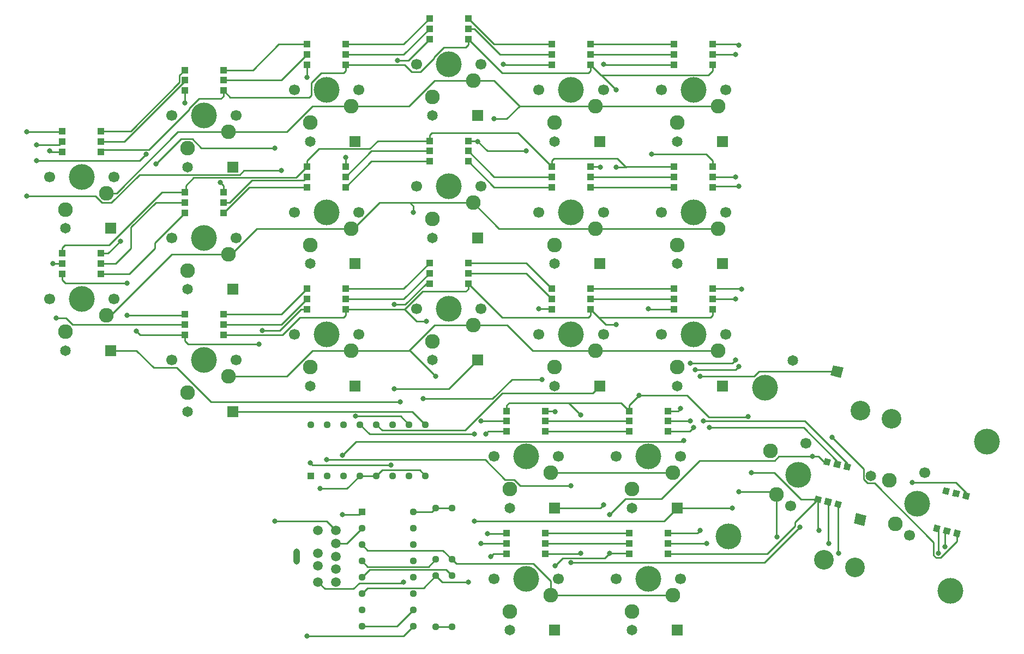
<source format=gbr>
%TF.GenerationSoftware,KiCad,Pcbnew,(5.1.10)-1*%
%TF.CreationDate,2021-07-03T11:15:49-05:00*%
%TF.ProjectId,LeftHand,4c656674-4861-46e6-942e-6b696361645f,rev?*%
%TF.SameCoordinates,Original*%
%TF.FileFunction,Copper,L2,Bot*%
%TF.FilePolarity,Positive*%
%FSLAX46Y46*%
G04 Gerber Fmt 4.6, Leading zero omitted, Abs format (unit mm)*
G04 Created by KiCad (PCBNEW (5.1.10)-1) date 2021-07-03 11:15:49*
%MOMM*%
%LPD*%
G01*
G04 APERTURE LIST*
%TA.AperFunction,ComponentPad*%
%ADD10C,3.050000*%
%TD*%
%TA.AperFunction,ComponentPad*%
%ADD11C,4.000000*%
%TD*%
%TA.AperFunction,ComponentPad*%
%ADD12C,1.700000*%
%TD*%
%TA.AperFunction,ComponentPad*%
%ADD13C,2.286000*%
%TD*%
%TA.AperFunction,ComponentPad*%
%ADD14C,1.651000*%
%TD*%
%TA.AperFunction,ComponentPad*%
%ADD15C,0.100000*%
%TD*%
%TA.AperFunction,SMDPad,CuDef*%
%ADD16C,0.100000*%
%TD*%
%TA.AperFunction,SMDPad,CuDef*%
%ADD17R,1.000000X1.000000*%
%TD*%
%TA.AperFunction,ComponentPad*%
%ADD18R,1.651000X1.651000*%
%TD*%
%TA.AperFunction,ComponentPad*%
%ADD19C,1.130000*%
%TD*%
%TA.AperFunction,ComponentPad*%
%ADD20R,1.130000X1.130000*%
%TD*%
%TA.AperFunction,ComponentPad*%
%ADD21O,1.000000X2.500000*%
%TD*%
%TA.AperFunction,ComponentPad*%
%ADD22C,1.500000*%
%TD*%
%TA.AperFunction,ViaPad*%
%ADD23C,0.800000*%
%TD*%
%TA.AperFunction,Conductor*%
%ADD24C,0.250000*%
%TD*%
G04 APERTURE END LIST*
D10*
%TO.P,KT2_2,HOLE*%
%TO.N,N/C*%
X147259150Y-76581322D03*
X141562971Y-99772009D03*
D11*
X162059236Y-80216572D03*
X156363057Y-103407259D03*
X151209000Y-89846400D03*
D12*
%TO.P,KT2_2,POST*%
X152401667Y-84990729D03*
X150016333Y-94702071D03*
D13*
%TO.P,KT2_2,1*%
%TO.N,C2*%
X147833506Y-92940547D03*
%TO.P,KT2_2,2*%
%TO.N,Net-(KT2_2-Pad2)*%
X146881513Y-86167969D03*
D14*
%TO.P,KT2_2,3*%
X144045801Y-85471451D03*
%TA.AperFunction,ComponentPad*%
D15*
%TO.P,KT2_2,4*%
%TO.N,R0*%
G36*
X141771305Y-91270810D02*
G01*
X143374648Y-91664629D01*
X142980829Y-93267972D01*
X141377486Y-92874153D01*
X141771305Y-91270810D01*
G37*
%TD.AperFunction*%
%TA.AperFunction,SMDPad,CuDef*%
D16*
%TO.P,KT2_2,5*%
%TO.N,VCC*%
G36*
X158453354Y-88021751D02*
G01*
X159424488Y-88260285D01*
X159185954Y-89231419D01*
X158214820Y-88992885D01*
X158453354Y-88021751D01*
G37*
%TD.AperFunction*%
%TA.AperFunction,SMDPad,CuDef*%
%TO.P,KT2_2,6*%
%TO.N,Net-(KT2_2-Pad6)*%
G36*
X156899539Y-87640097D02*
G01*
X157870673Y-87878631D01*
X157632139Y-88849765D01*
X156661005Y-88611231D01*
X156899539Y-87640097D01*
G37*
%TD.AperFunction*%
%TA.AperFunction,SMDPad,CuDef*%
%TO.P,KT2_2,7*%
%TO.N,Net-(KT2_2-Pad7)*%
G36*
X155345724Y-87258444D02*
G01*
X156316858Y-87496978D01*
X156078324Y-88468112D01*
X155107190Y-88229578D01*
X155345724Y-87258444D01*
G37*
%TD.AperFunction*%
%TA.AperFunction,SMDPad,CuDef*%
%TO.P,KT2_2,8*%
%TO.N,GND*%
G36*
X157022153Y-93848556D02*
G01*
X157993287Y-94087090D01*
X157754753Y-95058224D01*
X156783619Y-94819690D01*
X157022153Y-93848556D01*
G37*
%TD.AperFunction*%
%TA.AperFunction,SMDPad,CuDef*%
%TO.P,KT2_2,9*%
%TO.N,Net-(KT2_1-Pad6)*%
G36*
X155468338Y-93466903D02*
G01*
X156439472Y-93705437D01*
X156200938Y-94676571D01*
X155229804Y-94438037D01*
X155468338Y-93466903D01*
G37*
%TD.AperFunction*%
%TA.AperFunction,SMDPad,CuDef*%
%TO.P,KT2_2,10*%
%TO.N,Net-(KT2_1-Pad7)*%
G36*
X153914523Y-93085249D02*
G01*
X154885657Y-93323783D01*
X154647123Y-94294917D01*
X153675989Y-94056383D01*
X153914523Y-93085249D01*
G37*
%TD.AperFunction*%
%TD*%
D11*
%TO.P,KT2_1,HOLE*%
%TO.N,N/C*%
X121907764Y-94944228D03*
X127603943Y-71753541D03*
D10*
X142404029Y-75388791D03*
X136707850Y-98579478D03*
D11*
X132758000Y-85314400D03*
D12*
%TO.P,KT2_1,POST*%
X133950667Y-80458729D03*
X131565333Y-90170071D03*
D13*
%TO.P,KT2_1,1*%
%TO.N,C2*%
X129382506Y-88408547D03*
%TO.P,KT2_1,2*%
%TO.N,Net-(KT2_1-Pad2)*%
X128430513Y-81635969D03*
D14*
%TO.P,KT2_1,3*%
X131879707Y-67593367D03*
%TA.AperFunction,ComponentPad*%
D15*
%TO.P,KT2_1,4*%
%TO.N,R1*%
G36*
X138150575Y-68283603D02*
G01*
X139753918Y-68677422D01*
X139360099Y-70280765D01*
X137756756Y-69886946D01*
X138150575Y-68283603D01*
G37*
%TD.AperFunction*%
%TA.AperFunction,SMDPad,CuDef*%
D16*
%TO.P,KT2_1,5*%
%TO.N,VCC*%
G36*
X135463523Y-88553249D02*
G01*
X136434657Y-88791783D01*
X136196123Y-89762917D01*
X135224989Y-89524383D01*
X135463523Y-88553249D01*
G37*
%TD.AperFunction*%
%TA.AperFunction,SMDPad,CuDef*%
%TO.P,KT2_1,6*%
%TO.N,Net-(KT2_1-Pad6)*%
G36*
X137017338Y-88934903D02*
G01*
X137988472Y-89173437D01*
X137749938Y-90144571D01*
X136778804Y-89906037D01*
X137017338Y-88934903D01*
G37*
%TD.AperFunction*%
%TA.AperFunction,SMDPad,CuDef*%
%TO.P,KT2_1,7*%
%TO.N,Net-(KT2_1-Pad7)*%
G36*
X138571153Y-89316556D02*
G01*
X139542287Y-89555090D01*
X139303753Y-90526224D01*
X138332619Y-90287690D01*
X138571153Y-89316556D01*
G37*
%TD.AperFunction*%
%TA.AperFunction,SMDPad,CuDef*%
%TO.P,KT2_1,8*%
%TO.N,GND*%
G36*
X136894724Y-82726444D02*
G01*
X137865858Y-82964978D01*
X137627324Y-83936112D01*
X136656190Y-83697578D01*
X136894724Y-82726444D01*
G37*
%TD.AperFunction*%
%TA.AperFunction,SMDPad,CuDef*%
%TO.P,KT2_1,9*%
%TO.N,Net-(KT2_1-Pad9)*%
G36*
X138448539Y-83108097D02*
G01*
X139419673Y-83346631D01*
X139181139Y-84317765D01*
X138210005Y-84079231D01*
X138448539Y-83108097D01*
G37*
%TD.AperFunction*%
%TA.AperFunction,SMDPad,CuDef*%
%TO.P,KT2_1,10*%
%TO.N,Net-(KT2_1-Pad10)*%
G36*
X140002354Y-83489751D02*
G01*
X140973488Y-83728285D01*
X140734954Y-84699419D01*
X139763820Y-84460885D01*
X140002354Y-83489751D01*
G37*
%TD.AperFunction*%
%TD*%
D17*
%TO.P,KA1,10*%
%TO.N,Net-(KA1-Pad10)*%
X43500000Y-44600000D03*
%TO.P,KA1,9*%
%TO.N,Net-(KA1-Pad9)*%
X43500000Y-43000000D03*
%TO.P,KA1,8*%
%TO.N,GND*%
X43500000Y-41400000D03*
%TO.P,KA1,7*%
%TO.N,Net-(KA1-Pad7)*%
X37500000Y-44600000D03*
%TO.P,KA1,6*%
%TO.N,Net-(KA1-Pad6)*%
X37500000Y-43000000D03*
%TO.P,KA1,5*%
%TO.N,VCC*%
X37500000Y-41400000D03*
D18*
%TO.P,KA1,4*%
%TO.N,R6*%
X44960000Y-56500000D03*
D14*
%TO.P,KA1,3*%
%TO.N,Net-(KA1-Pad2)*%
X37960000Y-56500000D03*
D13*
%TO.P,KA1,2*%
X37960000Y-53580000D03*
%TO.P,KA1,1*%
%TO.N,C1*%
X44310000Y-51040000D03*
D12*
%TO.P,KA1,POST*%
%TO.N,N/C*%
X45500000Y-48500000D03*
X35500000Y-48500000D03*
D11*
%TO.P,KA1,HOLE*%
X40500000Y-48500000D03*
%TD*%
%TO.P,KB1,HOLE*%
%TO.N,N/C*%
X116500000Y-63500000D03*
D12*
%TO.P,KB1,POST*%
X111500000Y-63500000D03*
X121500000Y-63500000D03*
D13*
%TO.P,KB1,1*%
%TO.N,C2*%
X120310000Y-66040000D03*
%TO.P,KB1,2*%
%TO.N,Net-(KB1-Pad2)*%
X113960000Y-68580000D03*
D14*
%TO.P,KB1,3*%
X113960000Y-71500000D03*
D18*
%TO.P,KB1,4*%
%TO.N,R2*%
X120960000Y-71500000D03*
D17*
%TO.P,KB1,5*%
%TO.N,VCC*%
X119500000Y-59600000D03*
%TO.P,KB1,6*%
%TO.N,Net-(KB1-Pad6)*%
X119500000Y-58000000D03*
%TO.P,KB1,7*%
%TO.N,Net-(KB1-Pad7)*%
X119500000Y-56400000D03*
%TO.P,KB1,8*%
%TO.N,GND*%
X113500000Y-59600000D03*
%TO.P,KB1,9*%
%TO.N,Net-(KB1-Pad9)*%
X113500000Y-58000000D03*
%TO.P,KB1,10*%
%TO.N,Net-(KB1-Pad10)*%
X113500000Y-56400000D03*
%TD*%
%TO.P,KC1,10*%
%TO.N,Net-(KC1-Pad10)*%
X75500000Y-52400000D03*
%TO.P,KC1,9*%
%TO.N,Net-(KC1-Pad9)*%
X75500000Y-54000000D03*
%TO.P,KC1,8*%
%TO.N,GND*%
X75500000Y-55600000D03*
%TO.P,KC1,7*%
%TO.N,Net-(KC1-Pad7)*%
X81500000Y-52400000D03*
%TO.P,KC1,6*%
%TO.N,Net-(KC1-Pad6)*%
X81500000Y-54000000D03*
%TO.P,KC1,5*%
%TO.N,VCC*%
X81500000Y-55600000D03*
D18*
%TO.P,KC1,4*%
%TO.N,R4*%
X82960000Y-67500000D03*
D14*
%TO.P,KC1,3*%
%TO.N,Net-(KC1-Pad2)*%
X75960000Y-67500000D03*
D13*
%TO.P,KC1,2*%
X75960000Y-64580000D03*
%TO.P,KC1,1*%
%TO.N,C2*%
X82310000Y-62040000D03*
D12*
%TO.P,KC1,POST*%
%TO.N,N/C*%
X83500000Y-59500000D03*
X73500000Y-59500000D03*
D11*
%TO.P,KC1,HOLE*%
X78500000Y-59500000D03*
%TD*%
D17*
%TO.P,KD1,10*%
%TO.N,Net-(KD1-Pad10)*%
X81500000Y-36600000D03*
%TO.P,KD1,9*%
%TO.N,Net-(KD1-Pad9)*%
X81500000Y-35000000D03*
%TO.P,KD1,8*%
%TO.N,GND*%
X81500000Y-33400000D03*
%TO.P,KD1,7*%
%TO.N,Net-(KD1-Pad7)*%
X75500000Y-36600000D03*
%TO.P,KD1,6*%
%TO.N,Net-(KD1-Pad6)*%
X75500000Y-35000000D03*
%TO.P,KD1,5*%
%TO.N,VCC*%
X75500000Y-33400000D03*
D18*
%TO.P,KD1,4*%
%TO.N,R4*%
X82960000Y-48500000D03*
D14*
%TO.P,KD1,3*%
%TO.N,Net-(KD1-Pad2)*%
X75960000Y-48500000D03*
D13*
%TO.P,KD1,2*%
X75960000Y-45580000D03*
%TO.P,KD1,1*%
%TO.N,C1*%
X82310000Y-43040000D03*
D12*
%TO.P,KD1,POST*%
%TO.N,N/C*%
X83500000Y-40500000D03*
X73500000Y-40500000D03*
D11*
%TO.P,KD1,HOLE*%
X78500000Y-40500000D03*
%TD*%
%TO.P,KE1,HOLE*%
%TO.N,N/C*%
X78500000Y-21500000D03*
D12*
%TO.P,KE1,POST*%
X73500000Y-21500000D03*
X83500000Y-21500000D03*
D13*
%TO.P,KE1,1*%
%TO.N,C0*%
X82310000Y-24040000D03*
%TO.P,KE1,2*%
%TO.N,Net-(KE1-Pad2)*%
X75960000Y-26580000D03*
D14*
%TO.P,KE1,3*%
X75960000Y-29500000D03*
D18*
%TO.P,KE1,4*%
%TO.N,R4*%
X82960000Y-29500000D03*
D17*
%TO.P,KE1,5*%
%TO.N,VCC*%
X81500000Y-17600000D03*
%TO.P,KE1,6*%
%TO.N,Net-(KE1-Pad6)*%
X81500000Y-16000000D03*
%TO.P,KE1,7*%
%TO.N,Net-(KE1-Pad7)*%
X81500000Y-14400000D03*
%TO.P,KE1,8*%
%TO.N,GND*%
X75500000Y-17600000D03*
%TO.P,KE1,9*%
%TO.N,Net-(KE1-Pad9)*%
X75500000Y-16000000D03*
%TO.P,KE1,10*%
%TO.N,Net-(KE1-Pad10)*%
X75500000Y-14400000D03*
%TD*%
%TO.P,KESC1,10*%
%TO.N,S0_DL*%
X18500000Y-31900000D03*
%TO.P,KESC1,9*%
%TO.N,CLK_L*%
X18500000Y-33500000D03*
%TO.P,KESC1,8*%
%TO.N,GND*%
X18500000Y-35100000D03*
%TO.P,KESC1,7*%
%TO.N,Net-(KESC1-Pad7)*%
X24500000Y-31900000D03*
%TO.P,KESC1,6*%
%TO.N,Net-(KESC1-Pad6)*%
X24500000Y-33500000D03*
%TO.P,KESC1,5*%
%TO.N,VCC*%
X24500000Y-35100000D03*
D18*
%TO.P,KESC1,4*%
%TO.N,R7*%
X25960000Y-47000000D03*
D14*
%TO.P,KESC1,3*%
%TO.N,Net-(KESC1-Pad2)*%
X18960000Y-47000000D03*
D13*
%TO.P,KESC1,2*%
X18960000Y-44080000D03*
%TO.P,KESC1,1*%
%TO.N,C0*%
X25310000Y-41540000D03*
D12*
%TO.P,KESC1,POST*%
%TO.N,N/C*%
X26500000Y-39000000D03*
X16500000Y-39000000D03*
D11*
%TO.P,KESC1,HOLE*%
X21500000Y-39000000D03*
%TD*%
%TO.P,KF1,HOLE*%
%TO.N,N/C*%
X97500000Y-44500000D03*
D12*
%TO.P,KF1,POST*%
X92500000Y-44500000D03*
X102500000Y-44500000D03*
D13*
%TO.P,KF1,1*%
%TO.N,C1*%
X101310000Y-47040000D03*
%TO.P,KF1,2*%
%TO.N,Net-(KF1-Pad2)*%
X94960000Y-49580000D03*
D14*
%TO.P,KF1,3*%
X94960000Y-52500000D03*
D18*
%TO.P,KF1,4*%
%TO.N,R3*%
X101960000Y-52500000D03*
D17*
%TO.P,KF1,5*%
%TO.N,VCC*%
X94500000Y-37400000D03*
%TO.P,KF1,6*%
%TO.N,Net-(KD1-Pad9)*%
X94500000Y-39000000D03*
%TO.P,KF1,7*%
%TO.N,Net-(KD1-Pad10)*%
X94500000Y-40600000D03*
%TO.P,KF1,8*%
%TO.N,GND*%
X100500000Y-37400000D03*
%TO.P,KF1,9*%
%TO.N,Net-(KF1-Pad9)*%
X100500000Y-39000000D03*
%TO.P,KF1,10*%
%TO.N,Net-(KF1-Pad10)*%
X100500000Y-40600000D03*
%TD*%
%TO.P,KG1,10*%
%TO.N,Net-(KG1-Pad10)*%
X119500000Y-40600000D03*
%TO.P,KG1,9*%
%TO.N,Net-(KG1-Pad9)*%
X119500000Y-39000000D03*
%TO.P,KG1,8*%
%TO.N,GND*%
X119500000Y-37400000D03*
%TO.P,KG1,7*%
%TO.N,Net-(KF1-Pad10)*%
X113500000Y-40600000D03*
%TO.P,KG1,6*%
%TO.N,Net-(KF1-Pad9)*%
X113500000Y-39000000D03*
%TO.P,KG1,5*%
%TO.N,VCC*%
X113500000Y-37400000D03*
D18*
%TO.P,KG1,4*%
%TO.N,R2*%
X120960000Y-52500000D03*
D14*
%TO.P,KG1,3*%
%TO.N,Net-(KG1-Pad2)*%
X113960000Y-52500000D03*
D13*
%TO.P,KG1,2*%
X113960000Y-49580000D03*
%TO.P,KG1,1*%
%TO.N,C1*%
X120310000Y-47040000D03*
D12*
%TO.P,KG1,POST*%
%TO.N,N/C*%
X121500000Y-44500000D03*
X111500000Y-44500000D03*
D11*
%TO.P,KG1,HOLE*%
X116500000Y-44500000D03*
%TD*%
%TO.P,KQ1,HOLE*%
%TO.N,N/C*%
X40500000Y-29500000D03*
D12*
%TO.P,KQ1,POST*%
X35500000Y-29500000D03*
X45500000Y-29500000D03*
D13*
%TO.P,KQ1,1*%
%TO.N,C0*%
X44310000Y-32040000D03*
%TO.P,KQ1,2*%
%TO.N,Net-(KQ1-Pad2)*%
X37960000Y-34580000D03*
D14*
%TO.P,KQ1,3*%
X37960000Y-37500000D03*
D18*
%TO.P,KQ1,4*%
%TO.N,R6*%
X44960000Y-37500000D03*
D17*
%TO.P,KQ1,5*%
%TO.N,VCC*%
X43500000Y-25600000D03*
%TO.P,KQ1,6*%
%TO.N,Net-(KQ1-Pad6)*%
X43500000Y-24000000D03*
%TO.P,KQ1,7*%
%TO.N,Net-(KQ1-Pad7)*%
X43500000Y-22400000D03*
%TO.P,KQ1,8*%
%TO.N,GND*%
X37500000Y-25600000D03*
%TO.P,KQ1,9*%
%TO.N,Net-(KESC1-Pad6)*%
X37500000Y-24000000D03*
%TO.P,KQ1,10*%
%TO.N,Net-(KESC1-Pad7)*%
X37500000Y-22400000D03*
%TD*%
%TO.P,KR1,10*%
%TO.N,Net-(KE1-Pad7)*%
X94500000Y-18400000D03*
%TO.P,KR1,9*%
%TO.N,Net-(KE1-Pad6)*%
X94500000Y-20000000D03*
%TO.P,KR1,8*%
%TO.N,GND*%
X94500000Y-21600000D03*
%TO.P,KR1,7*%
%TO.N,Net-(KR1-Pad7)*%
X100500000Y-18400000D03*
%TO.P,KR1,6*%
%TO.N,Net-(KR1-Pad6)*%
X100500000Y-20000000D03*
%TO.P,KR1,5*%
%TO.N,VCC*%
X100500000Y-21600000D03*
D18*
%TO.P,KR1,4*%
%TO.N,R3*%
X101960000Y-33500000D03*
D14*
%TO.P,KR1,3*%
%TO.N,Net-(KR1-Pad2)*%
X94960000Y-33500000D03*
D13*
%TO.P,KR1,2*%
X94960000Y-30580000D03*
%TO.P,KR1,1*%
%TO.N,C0*%
X101310000Y-28040000D03*
D12*
%TO.P,KR1,POST*%
%TO.N,N/C*%
X102500000Y-25500000D03*
X92500000Y-25500000D03*
D11*
%TO.P,KR1,HOLE*%
X97500000Y-25500000D03*
%TD*%
%TO.P,KS1,HOLE*%
%TO.N,N/C*%
X59500000Y-44500000D03*
D12*
%TO.P,KS1,POST*%
X54500000Y-44500000D03*
X64500000Y-44500000D03*
D13*
%TO.P,KS1,1*%
%TO.N,C1*%
X63310000Y-47040000D03*
%TO.P,KS1,2*%
%TO.N,Net-(KS1-Pad2)*%
X56960000Y-49580000D03*
D14*
%TO.P,KS1,3*%
X56960000Y-52500000D03*
D18*
%TO.P,KS1,4*%
%TO.N,R5*%
X63960000Y-52500000D03*
D17*
%TO.P,KS1,5*%
%TO.N,VCC*%
X56500000Y-37400000D03*
%TO.P,KS1,6*%
%TO.N,Net-(KA1-Pad9)*%
X56500000Y-39000000D03*
%TO.P,KS1,7*%
%TO.N,Net-(KA1-Pad10)*%
X56500000Y-40600000D03*
%TO.P,KS1,8*%
%TO.N,GND*%
X62500000Y-37400000D03*
%TO.P,KS1,9*%
%TO.N,Net-(KD1-Pad6)*%
X62500000Y-39000000D03*
%TO.P,KS1,10*%
%TO.N,Net-(KD1-Pad7)*%
X62500000Y-40600000D03*
%TD*%
D11*
%TO.P,KT1,HOLE*%
%TO.N,N/C*%
X116500000Y-25500000D03*
D12*
%TO.P,KT1,POST*%
X111500000Y-25500000D03*
X121500000Y-25500000D03*
D13*
%TO.P,KT1,1*%
%TO.N,C0*%
X120310000Y-28040000D03*
%TO.P,KT1,2*%
%TO.N,Net-(KT1-Pad2)*%
X113960000Y-30580000D03*
D14*
%TO.P,KT1,3*%
X113960000Y-33500000D03*
D18*
%TO.P,KT1,4*%
%TO.N,R2*%
X120960000Y-33500000D03*
D17*
%TO.P,KT1,5*%
%TO.N,VCC*%
X119500000Y-21600000D03*
%TO.P,KT1,6*%
%TO.N,Net-(KG1-Pad9)*%
X119500000Y-20000000D03*
%TO.P,KT1,7*%
%TO.N,Net-(KG1-Pad10)*%
X119500000Y-18400000D03*
%TO.P,KT1,8*%
%TO.N,GND*%
X113500000Y-21600000D03*
%TO.P,KT1,9*%
%TO.N,Net-(KR1-Pad6)*%
X113500000Y-20000000D03*
%TO.P,KT1,10*%
%TO.N,Net-(KR1-Pad7)*%
X113500000Y-18400000D03*
%TD*%
D11*
%TO.P,KTAB1,HOLE*%
%TO.N,N/C*%
X21500000Y-58000000D03*
D12*
%TO.P,KTAB1,POST*%
X16500000Y-58000000D03*
X26500000Y-58000000D03*
D13*
%TO.P,KTAB1,1*%
%TO.N,C1*%
X25310000Y-60540000D03*
%TO.P,KTAB1,2*%
%TO.N,Net-(KTAB1-Pad2)*%
X18960000Y-63080000D03*
D14*
%TO.P,KTAB1,3*%
X18960000Y-66000000D03*
D18*
%TO.P,KTAB1,4*%
%TO.N,R7*%
X25960000Y-66000000D03*
D17*
%TO.P,KTAB1,5*%
%TO.N,VCC*%
X18500000Y-50900000D03*
%TO.P,KTAB1,6*%
%TO.N,Net-(KTAB1-Pad6)*%
X18500000Y-52500000D03*
%TO.P,KTAB1,7*%
%TO.N,Net-(KTAB1-Pad7)*%
X18500000Y-54100000D03*
%TO.P,KTAB1,8*%
%TO.N,GND*%
X24500000Y-50900000D03*
%TO.P,KTAB1,9*%
%TO.N,Net-(KA1-Pad6)*%
X24500000Y-52500000D03*
%TO.P,KTAB1,10*%
%TO.N,Net-(KA1-Pad7)*%
X24500000Y-54100000D03*
%TD*%
%TO.P,KTG_A1,10*%
%TO.N,Net-(KB1-Pad7)*%
X112500000Y-78600000D03*
%TO.P,KTG_A1,9*%
%TO.N,Net-(KB1-Pad6)*%
X112500000Y-77000000D03*
%TO.P,KTG_A1,8*%
%TO.N,GND*%
X112500000Y-75400000D03*
%TO.P,KTG_A1,7*%
%TO.N,Net-(KTG_A1-Pad7)*%
X106500000Y-78600000D03*
%TO.P,KTG_A1,6*%
%TO.N,Net-(KTG_A1-Pad6)*%
X106500000Y-77000000D03*
%TO.P,KTG_A1,5*%
%TO.N,VCC*%
X106500000Y-75400000D03*
D18*
%TO.P,KTG_A1,4*%
%TO.N,R2*%
X113960000Y-90500000D03*
D14*
%TO.P,KTG_A1,3*%
%TO.N,Net-(KTG_A1-Pad2)*%
X106960000Y-90500000D03*
D13*
%TO.P,KTG_A1,2*%
X106960000Y-87580000D03*
%TO.P,KTG_A1,1*%
%TO.N,C3*%
X113310000Y-85040000D03*
D12*
%TO.P,KTG_A1,POST*%
%TO.N,N/C*%
X114500000Y-82500000D03*
X104500000Y-82500000D03*
D11*
%TO.P,KTG_A1,HOLE*%
X109500000Y-82500000D03*
%TD*%
%TO.P,KTG_B1,HOLE*%
%TO.N,N/C*%
X90500000Y-82500000D03*
D12*
%TO.P,KTG_B1,POST*%
X85500000Y-82500000D03*
X95500000Y-82500000D03*
D13*
%TO.P,KTG_B1,1*%
%TO.N,C3*%
X94310000Y-85040000D03*
%TO.P,KTG_B1,2*%
%TO.N,Net-(KTG_B1-Pad2)*%
X87960000Y-87580000D03*
D14*
%TO.P,KTG_B1,3*%
X87960000Y-90500000D03*
D18*
%TO.P,KTG_B1,4*%
%TO.N,R3*%
X94960000Y-90500000D03*
D17*
%TO.P,KTG_B1,5*%
%TO.N,VCC*%
X87500000Y-75400000D03*
%TO.P,KTG_B1,6*%
%TO.N,Net-(KTG_B1-Pad6)*%
X87500000Y-77000000D03*
%TO.P,KTG_B1,7*%
%TO.N,Net-(KTG_B1-Pad7)*%
X87500000Y-78600000D03*
%TO.P,KTG_B1,8*%
%TO.N,GND*%
X93500000Y-75400000D03*
%TO.P,KTG_B1,9*%
%TO.N,Net-(KTG_A1-Pad6)*%
X93500000Y-77000000D03*
%TO.P,KTG_B1,10*%
%TO.N,Net-(KTG_A1-Pad7)*%
X93500000Y-78600000D03*
%TD*%
%TO.P,KTG_C1,10*%
%TO.N,Net-(KTG_C1-Pad10)*%
X106500000Y-94400000D03*
%TO.P,KTG_C1,9*%
%TO.N,Net-(KTG_C1-Pad9)*%
X106500000Y-96000000D03*
%TO.P,KTG_C1,8*%
%TO.N,GND*%
X106500000Y-97600000D03*
%TO.P,KTG_C1,7*%
%TO.N,Net-(KT2_1-Pad10)*%
X112500000Y-94400000D03*
%TO.P,KTG_C1,6*%
%TO.N,Net-(KT2_1-Pad9)*%
X112500000Y-96000000D03*
%TO.P,KTG_C1,5*%
%TO.N,VCC*%
X112500000Y-97600000D03*
D18*
%TO.P,KTG_C1,4*%
%TO.N,R1*%
X113960000Y-109500000D03*
D14*
%TO.P,KTG_C1,3*%
%TO.N,Net-(KTG_C1-Pad2)*%
X106960000Y-109500000D03*
D13*
%TO.P,KTG_C1,2*%
X106960000Y-106580000D03*
%TO.P,KTG_C1,1*%
%TO.N,C3*%
X113310000Y-104040000D03*
D12*
%TO.P,KTG_C1,POST*%
%TO.N,N/C*%
X114500000Y-101500000D03*
X104500000Y-101500000D03*
D11*
%TO.P,KTG_C1,HOLE*%
X109500000Y-101500000D03*
%TD*%
%TO.P,KTG_D1,HOLE*%
%TO.N,N/C*%
X90500000Y-101500000D03*
D12*
%TO.P,KTG_D1,POST*%
X85500000Y-101500000D03*
X95500000Y-101500000D03*
D13*
%TO.P,KTG_D1,1*%
%TO.N,C3*%
X94310000Y-104040000D03*
%TO.P,KTG_D1,2*%
%TO.N,Net-(KTG_D1-Pad2)*%
X87960000Y-106580000D03*
D14*
%TO.P,KTG_D1,3*%
X87960000Y-109500000D03*
D18*
%TO.P,KTG_D1,4*%
%TO.N,R0*%
X94960000Y-109500000D03*
D17*
%TO.P,KTG_D1,5*%
%TO.N,VCC*%
X93500000Y-97600000D03*
%TO.P,KTG_D1,6*%
%TO.N,Net-(KTG_C1-Pad9)*%
X93500000Y-96000000D03*
%TO.P,KTG_D1,7*%
%TO.N,Net-(KTG_C1-Pad10)*%
X93500000Y-94400000D03*
%TO.P,KTG_D1,8*%
%TO.N,GND*%
X87500000Y-97600000D03*
%TO.P,KTG_D1,9*%
%TO.N,Net-(KTG_B1-Pad6)*%
X87500000Y-96000000D03*
%TO.P,KTG_D1,10*%
%TO.N,Net-(KTG_B1-Pad7)*%
X87500000Y-94400000D03*
%TD*%
%TO.P,KV1,10*%
%TO.N,Net-(KC1-Pad7)*%
X94500000Y-56400000D03*
%TO.P,KV1,9*%
%TO.N,Net-(KC1-Pad6)*%
X94500000Y-58000000D03*
%TO.P,KV1,8*%
%TO.N,GND*%
X94500000Y-59600000D03*
%TO.P,KV1,7*%
%TO.N,Net-(KB1-Pad10)*%
X100500000Y-56400000D03*
%TO.P,KV1,6*%
%TO.N,Net-(KB1-Pad9)*%
X100500000Y-58000000D03*
%TO.P,KV1,5*%
%TO.N,VCC*%
X100500000Y-59600000D03*
D18*
%TO.P,KV1,4*%
%TO.N,R3*%
X101960000Y-71500000D03*
D14*
%TO.P,KV1,3*%
%TO.N,Net-(KV1-Pad2)*%
X94960000Y-71500000D03*
D13*
%TO.P,KV1,2*%
X94960000Y-68580000D03*
%TO.P,KV1,1*%
%TO.N,C2*%
X101310000Y-66040000D03*
D12*
%TO.P,KV1,POST*%
%TO.N,N/C*%
X102500000Y-63500000D03*
X92500000Y-63500000D03*
D11*
%TO.P,KV1,HOLE*%
X97500000Y-63500000D03*
%TD*%
D17*
%TO.P,KW1,10*%
%TO.N,Net-(KQ1-Pad7)*%
X56500000Y-18400000D03*
%TO.P,KW1,9*%
%TO.N,Net-(KQ1-Pad6)*%
X56500000Y-20000000D03*
%TO.P,KW1,8*%
%TO.N,GND*%
X56500000Y-21600000D03*
%TO.P,KW1,7*%
%TO.N,Net-(KE1-Pad10)*%
X62500000Y-18400000D03*
%TO.P,KW1,6*%
%TO.N,Net-(KE1-Pad9)*%
X62500000Y-20000000D03*
%TO.P,KW1,5*%
%TO.N,VCC*%
X62500000Y-21600000D03*
D18*
%TO.P,KW1,4*%
%TO.N,R5*%
X63960000Y-33500000D03*
D14*
%TO.P,KW1,3*%
%TO.N,Net-(KW1-Pad2)*%
X56960000Y-33500000D03*
D13*
%TO.P,KW1,2*%
X56960000Y-30580000D03*
%TO.P,KW1,1*%
%TO.N,C0*%
X63310000Y-28040000D03*
D12*
%TO.P,KW1,POST*%
%TO.N,N/C*%
X64500000Y-25500000D03*
X54500000Y-25500000D03*
D11*
%TO.P,KW1,HOLE*%
X59500000Y-25500000D03*
%TD*%
%TO.P,KX1,HOLE*%
%TO.N,N/C*%
X59500000Y-63500000D03*
D12*
%TO.P,KX1,POST*%
X54500000Y-63500000D03*
X64500000Y-63500000D03*
D13*
%TO.P,KX1,1*%
%TO.N,C2*%
X63310000Y-66040000D03*
%TO.P,KX1,2*%
%TO.N,Net-(KX1-Pad2)*%
X56960000Y-68580000D03*
D14*
%TO.P,KX1,3*%
X56960000Y-71500000D03*
D18*
%TO.P,KX1,4*%
%TO.N,R5*%
X63960000Y-71500000D03*
D17*
%TO.P,KX1,5*%
%TO.N,VCC*%
X62500000Y-59600000D03*
%TO.P,KX1,6*%
%TO.N,Net-(KC1-Pad9)*%
X62500000Y-58000000D03*
%TO.P,KX1,7*%
%TO.N,Net-(KC1-Pad10)*%
X62500000Y-56400000D03*
%TO.P,KX1,8*%
%TO.N,GND*%
X56500000Y-59600000D03*
%TO.P,KX1,9*%
%TO.N,Net-(KX1-Pad9)*%
X56500000Y-58000000D03*
%TO.P,KX1,10*%
%TO.N,Net-(KX1-Pad10)*%
X56500000Y-56400000D03*
%TD*%
%TO.P,KZ1,10*%
%TO.N,Net-(KTAB1-Pad7)*%
X37500000Y-60400000D03*
%TO.P,KZ1,9*%
%TO.N,Net-(KTAB1-Pad6)*%
X37500000Y-62000000D03*
%TO.P,KZ1,8*%
%TO.N,GND*%
X37500000Y-63600000D03*
%TO.P,KZ1,7*%
%TO.N,Net-(KX1-Pad10)*%
X43500000Y-60400000D03*
%TO.P,KZ1,6*%
%TO.N,Net-(KX1-Pad9)*%
X43500000Y-62000000D03*
%TO.P,KZ1,5*%
%TO.N,VCC*%
X43500000Y-63600000D03*
D18*
%TO.P,KZ1,4*%
%TO.N,R6*%
X44960000Y-75500000D03*
D14*
%TO.P,KZ1,3*%
%TO.N,Net-(KZ1-Pad2)*%
X37960000Y-75500000D03*
D13*
%TO.P,KZ1,2*%
X37960000Y-72580000D03*
%TO.P,KZ1,1*%
%TO.N,C2*%
X44310000Y-70040000D03*
D12*
%TO.P,KZ1,POST*%
%TO.N,N/C*%
X45500000Y-67500000D03*
X35500000Y-67500000D03*
D11*
%TO.P,KZ1,HOLE*%
X40500000Y-67500000D03*
%TD*%
D19*
%TO.P,R0,1*%
%TO.N,C0*%
X76500000Y-101000000D03*
%TO.P,R0,2*%
%TO.N,VCC*%
X76500000Y-109000000D03*
%TD*%
%TO.P,R1,2*%
%TO.N,VCC*%
X79000000Y-109000000D03*
%TO.P,R1,1*%
%TO.N,C1*%
X79000000Y-101000000D03*
%TD*%
%TO.P,R2,1*%
%TO.N,C2*%
X76500000Y-98500000D03*
%TO.P,R2,2*%
%TO.N,VCC*%
X76500000Y-90500000D03*
%TD*%
%TO.P,R3,2*%
%TO.N,VCC*%
X79000000Y-90500000D03*
%TO.P,R3,1*%
%TO.N,C3*%
X79000000Y-98500000D03*
%TD*%
%TO.P,UDEMUX1,16*%
%TO.N,VCC*%
X57110000Y-77530000D03*
%TO.P,UDEMUX1,15*%
%TO.N,R0*%
X59650000Y-77530000D03*
%TO.P,UDEMUX1,14*%
%TO.N,R1*%
X62190000Y-77530000D03*
%TO.P,UDEMUX1,13*%
%TO.N,R2*%
X64730000Y-77530000D03*
%TO.P,UDEMUX1,12*%
%TO.N,R3*%
X67270000Y-77530000D03*
%TO.P,UDEMUX1,11*%
%TO.N,R4*%
X69810000Y-77530000D03*
%TO.P,UDEMUX1,10*%
%TO.N,R5*%
X72350000Y-77530000D03*
%TO.P,UDEMUX1,9*%
%TO.N,R6*%
X74890000Y-77530000D03*
%TO.P,UDEMUX1,8*%
%TO.N,GND*%
X74890000Y-85470000D03*
%TO.P,UDEMUX1,7*%
%TO.N,R7*%
X72350000Y-85470000D03*
%TO.P,UDEMUX1,6*%
%TO.N,VCC*%
X69810000Y-85470000D03*
%TO.P,UDEMUX1,5*%
%TO.N,GND*%
X67270000Y-85470000D03*
%TO.P,UDEMUX1,4*%
X64730000Y-85470000D03*
%TO.P,UDEMUX1,3*%
%TO.N,S2*%
X62190000Y-85470000D03*
%TO.P,UDEMUX1,2*%
%TO.N,S1*%
X59650000Y-85470000D03*
D20*
%TO.P,UDEMUX1,1*%
%TO.N,S0_DL*%
X57110000Y-85470000D03*
%TD*%
D21*
%TO.P,UDINN9,HOLE*%
%TO.N,N/C*%
X54850000Y-98000000D03*
D22*
%TO.P,UDINN9,2*%
%TO.N,RX*%
X58200000Y-97500000D03*
%TO.P,UDINN9,1*%
%TO.N,S0_DL*%
X58200000Y-99500000D03*
%TO.P,UDINN9,3*%
%TO.N,VCC*%
X58200000Y-102000000D03*
%TO.P,UDINN9,6*%
%TO.N,GND*%
X58200000Y-94000000D03*
%TO.P,UDINN9,9*%
%TO.N,CLK_L*%
X61000000Y-94000000D03*
%TO.P,UDINN9,8*%
%TO.N,CLK_C*%
X61000000Y-96000000D03*
%TO.P,UDINN9,5*%
%TO.N,SH_LD*%
X61000000Y-98000000D03*
%TO.P,UDINN9,4*%
%TO.N,S2*%
X61000000Y-100000000D03*
%TO.P,UDINN9,7*%
%TO.N,S1*%
X61000000Y-102000000D03*
%TD*%
D20*
%TO.P,UREG1,1*%
%TO.N,SH_LD*%
X65030000Y-91110000D03*
D19*
%TO.P,UREG1,2*%
%TO.N,CLK_C*%
X65030000Y-93650000D03*
%TO.P,UREG1,3*%
%TO.N,C3*%
X65030000Y-96190000D03*
%TO.P,UREG1,4*%
%TO.N,C2*%
X65030000Y-98730000D03*
%TO.P,UREG1,5*%
%TO.N,C1*%
X65030000Y-101270000D03*
%TO.P,UREG1,6*%
%TO.N,C0*%
X65030000Y-103810000D03*
%TO.P,UREG1,7*%
%TO.N,Net-(UREG1-Pad7)*%
X65030000Y-106350000D03*
%TO.P,UREG1,8*%
%TO.N,GND*%
X65030000Y-108890000D03*
%TO.P,UREG1,9*%
%TO.N,RX*%
X72970000Y-108890000D03*
%TO.P,UREG1,10*%
%TO.N,GND*%
X72970000Y-106350000D03*
%TO.P,UREG1,11*%
X72970000Y-103810000D03*
%TO.P,UREG1,12*%
X72970000Y-101270000D03*
%TO.P,UREG1,13*%
X72970000Y-98730000D03*
%TO.P,UREG1,14*%
X72970000Y-96190000D03*
%TO.P,UREG1,15*%
X72970000Y-93650000D03*
%TO.P,UREG1,16*%
%TO.N,VCC*%
X72970000Y-91110000D03*
%TD*%
D23*
%TO.N,GND*%
X58500000Y-87500000D03*
X70000000Y-58875000D03*
X95000000Y-75500000D03*
X92500000Y-59500000D03*
X74500000Y-73500000D03*
X93000000Y-70500000D03*
X70500000Y-20875000D03*
X56500000Y-23500000D03*
X37500000Y-27500000D03*
X16500000Y-35000000D03*
X87000000Y-21500000D03*
X102500000Y-21500000D03*
X83000000Y-33500000D03*
X102000000Y-37500000D03*
X90500000Y-35000000D03*
X110000000Y-35500000D03*
X43000000Y-39875000D03*
X27500000Y-49000000D03*
X30000000Y-63000000D03*
X49500000Y-62875000D03*
X49000000Y-65000000D03*
X109500000Y-59500000D03*
X114500000Y-75000000D03*
X138000000Y-79500000D03*
X135000000Y-82500000D03*
X135000000Y-82500000D03*
X103500000Y-91500000D03*
X103500000Y-97500000D03*
X85000000Y-98000000D03*
X95000000Y-99500000D03*
X62500000Y-36000000D03*
%TO.N,VCC*%
X71500000Y-102000000D03*
X69500000Y-83854999D03*
X57000000Y-83500000D03*
X136000000Y-94000000D03*
X150500000Y-86500000D03*
X75000000Y-61500000D03*
X108000000Y-73000000D03*
X104500000Y-62000000D03*
X99000000Y-97500000D03*
X99000000Y-76000000D03*
X125000000Y-76275000D03*
X125500000Y-85000000D03*
X104500000Y-37500000D03*
X104500000Y-25500000D03*
%TO.N,C1*%
X73000000Y-44500000D03*
%TO.N,C2*%
X129500000Y-95000000D03*
X76500000Y-70000000D03*
X123500000Y-88000000D03*
%TO.N,R2*%
X122500000Y-90500000D03*
X82500000Y-79000000D03*
X82500000Y-92500000D03*
%TO.N,Net-(KB1-Pad6)*%
X123000000Y-58000000D03*
X123000000Y-67500000D03*
X116000000Y-68000000D03*
X116000000Y-77000000D03*
%TO.N,Net-(KB1-Pad7)*%
X124000000Y-56500000D03*
X123500000Y-68500000D03*
X116725000Y-69000000D03*
X116500000Y-78000000D03*
%TO.N,R4*%
X70000000Y-72000000D03*
%TO.N,C0*%
X81500000Y-102000000D03*
X85500000Y-30000000D03*
%TO.N,S0_DL*%
X52500000Y-38000000D03*
X13000000Y-42000000D03*
X13000000Y-32000000D03*
%TO.N,CLK_L*%
X51500000Y-92500000D03*
X51500000Y-34500000D03*
X33000000Y-37000000D03*
X31500000Y-35500000D03*
X14500000Y-36500000D03*
X14500000Y-34000000D03*
%TO.N,R7*%
X71000000Y-74000000D03*
%TO.N,R3*%
X102500000Y-90000000D03*
%TO.N,Net-(KG1-Pad10)*%
X123500000Y-18500000D03*
X123500000Y-40500000D03*
%TO.N,Net-(KG1-Pad9)*%
X123000000Y-20000000D03*
X123000000Y-39000000D03*
%TO.N,R5*%
X64000000Y-76225000D03*
%TO.N,Net-(KT2_1-Pad10)*%
X117500000Y-94000000D03*
X118000000Y-77000000D03*
%TO.N,Net-(KT2_1-Pad9)*%
X118500000Y-96000000D03*
X119000000Y-78000000D03*
%TO.N,Net-(KT2_1-Pad7)*%
X139000000Y-97500000D03*
X154500000Y-97500000D03*
%TO.N,Net-(KT2_1-Pad6)*%
X137500000Y-96000000D03*
X155500000Y-96500000D03*
%TO.N,R1*%
X117500000Y-70000000D03*
X62000000Y-82275000D03*
X115000000Y-80000000D03*
%TO.N,R0*%
X97500000Y-99000000D03*
X133000000Y-93500000D03*
X59500000Y-83000000D03*
X97500000Y-87000000D03*
%TO.N,Net-(KTAB1-Pad6)*%
X17000000Y-52500000D03*
X17500000Y-61000000D03*
%TO.N,Net-(KTAB1-Pad7)*%
X28500000Y-55500000D03*
X28500000Y-60500000D03*
%TO.N,Net-(KTG_B1-Pad6)*%
X83500000Y-77000000D03*
X83500000Y-96000000D03*
%TO.N,Net-(KTG_B1-Pad7)*%
X84225000Y-79000000D03*
X84500000Y-94500000D03*
%TO.N,RX*%
X56500000Y-110375000D03*
%TO.N,SH_LD*%
X62000000Y-91500000D03*
%TD*%
D24*
%TO.N,Net-(KA1-Pad10)*%
X47500000Y-40600000D02*
X43500000Y-44600000D01*
X56500000Y-40600000D02*
X47500000Y-40600000D01*
%TO.N,Net-(KA1-Pad9)*%
X55949479Y-39550521D02*
X56500000Y-39000000D01*
X47913069Y-39550521D02*
X55949479Y-39550521D01*
X44463590Y-43000000D02*
X47913069Y-39550521D01*
X43500000Y-43000000D02*
X44463590Y-43000000D01*
%TO.N,GND*%
X70430000Y-108890000D02*
X72970000Y-106350000D01*
X65030000Y-108890000D02*
X70430000Y-108890000D01*
X68160001Y-84579999D02*
X67270000Y-85470000D01*
X73999999Y-84579999D02*
X68160001Y-84579999D01*
X74890000Y-85470000D02*
X73999999Y-84579999D01*
X67270000Y-85470000D02*
X64730000Y-85470000D01*
X62700000Y-87500000D02*
X58500000Y-87500000D01*
X64730000Y-85470000D02*
X62700000Y-87500000D01*
X75024588Y-55600000D02*
X75500000Y-55600000D01*
X71749588Y-58875000D02*
X75024588Y-55600000D01*
X70000000Y-58875000D02*
X71749588Y-58875000D01*
X94900000Y-75400000D02*
X95000000Y-75500000D01*
X93500000Y-75400000D02*
X94900000Y-75400000D01*
X94400000Y-59500000D02*
X94500000Y-59600000D01*
X92500000Y-59500000D02*
X94400000Y-59500000D01*
X88290588Y-70500000D02*
X93000000Y-70500000D01*
X85290588Y-73500000D02*
X88290588Y-70500000D01*
X74500000Y-73500000D02*
X85290588Y-73500000D01*
X72225000Y-20875000D02*
X75500000Y-17600000D01*
X70500000Y-20875000D02*
X72225000Y-20875000D01*
X56500000Y-21600000D02*
X56500000Y-23500000D01*
X37500000Y-25600000D02*
X37500000Y-27500000D01*
X16600000Y-35100000D02*
X16500000Y-35000000D01*
X18500000Y-35100000D02*
X16600000Y-35100000D01*
X87100000Y-21600000D02*
X87000000Y-21500000D01*
X94500000Y-21600000D02*
X87100000Y-21600000D01*
X102600000Y-21600000D02*
X102500000Y-21500000D01*
X113500000Y-21600000D02*
X102600000Y-21600000D01*
X82900000Y-33400000D02*
X83000000Y-33500000D01*
X81500000Y-33400000D02*
X82900000Y-33400000D01*
X101900000Y-37400000D02*
X102000000Y-37500000D01*
X100500000Y-37400000D02*
X101900000Y-37400000D01*
X84500000Y-35000000D02*
X83000000Y-33500000D01*
X90500000Y-35000000D02*
X84500000Y-35000000D01*
X118494988Y-35500000D02*
X110000000Y-35500000D01*
X119500000Y-36505012D02*
X118494988Y-35500000D01*
X119500000Y-37400000D02*
X119500000Y-36505012D01*
X43500000Y-40375000D02*
X43000000Y-39875000D01*
X43500000Y-41400000D02*
X43500000Y-40375000D01*
X25600000Y-50900000D02*
X27500000Y-49000000D01*
X24500000Y-50900000D02*
X25600000Y-50900000D01*
X30600000Y-63600000D02*
X30000000Y-63000000D01*
X37500000Y-63600000D02*
X30600000Y-63600000D01*
X52276408Y-62875000D02*
X49500000Y-62875000D01*
X55551408Y-59600000D02*
X52276408Y-62875000D01*
X56500000Y-59600000D02*
X55551408Y-59600000D01*
X37500000Y-64494988D02*
X37500000Y-63600000D01*
X38005012Y-65000000D02*
X37500000Y-64494988D01*
X49000000Y-65000000D02*
X38005012Y-65000000D01*
X109600000Y-59600000D02*
X109500000Y-59500000D01*
X113500000Y-59600000D02*
X109600000Y-59600000D01*
X114100000Y-75400000D02*
X114500000Y-75000000D01*
X112500000Y-75400000D02*
X114100000Y-75400000D01*
X142895300Y-84395300D02*
X138000000Y-79500000D01*
X142895300Y-86023692D02*
X142895300Y-84395300D01*
X144598042Y-86621952D02*
X143493560Y-86621952D01*
X153774999Y-95798909D02*
X144598042Y-86621952D01*
X153774999Y-97848001D02*
X153774999Y-95798909D01*
X154151999Y-98225001D02*
X153774999Y-97848001D01*
X154848001Y-98225001D02*
X154151999Y-98225001D01*
X157388453Y-95684549D02*
X154848001Y-98225001D01*
X143493560Y-86621952D02*
X142895300Y-86023692D01*
X157388453Y-94453390D02*
X157388453Y-95684549D01*
X135914885Y-82500000D02*
X135000000Y-82500000D01*
X136746163Y-83331278D02*
X135914885Y-82500000D01*
X137261024Y-83331278D02*
X136746163Y-83331278D01*
X111474641Y-89048001D02*
X105951999Y-89048001D01*
X105951999Y-89048001D02*
X103500000Y-91500000D01*
X117418672Y-83103970D02*
X111474641Y-89048001D01*
X129135154Y-83103970D02*
X117418672Y-83103970D01*
X129739124Y-82500000D02*
X129135154Y-83103970D01*
X135000000Y-82500000D02*
X129739124Y-82500000D01*
X106400000Y-97500000D02*
X106500000Y-97600000D01*
X103500000Y-97500000D02*
X106400000Y-97500000D01*
X85400000Y-97600000D02*
X85000000Y-98000000D01*
X87500000Y-97600000D02*
X85400000Y-97600000D01*
X102725001Y-98274999D02*
X103500000Y-97500000D01*
X96225001Y-98274999D02*
X102725001Y-98274999D01*
X95000000Y-99500000D02*
X96225001Y-98274999D01*
X62500000Y-37400000D02*
X62500000Y-36000000D01*
%TO.N,Net-(KA1-Pad7)*%
X28894988Y-54100000D02*
X24500000Y-54100000D01*
X32850010Y-50144978D02*
X28894988Y-54100000D01*
X32850010Y-49249990D02*
X32850010Y-50144978D01*
X37500000Y-44600000D02*
X32850010Y-49249990D01*
%TO.N,Net-(KA1-Pad6)*%
X33005012Y-43000000D02*
X37500000Y-43000000D01*
X29149990Y-46855022D02*
X33005012Y-43000000D01*
X29149990Y-50144978D02*
X29149990Y-46855022D01*
X26794968Y-52500000D02*
X29149990Y-50144978D01*
X24500000Y-52500000D02*
X26794968Y-52500000D01*
%TO.N,VCC*%
X75890000Y-91110000D02*
X76500000Y-90500000D01*
X72970000Y-91110000D02*
X75890000Y-91110000D01*
X76500000Y-90500000D02*
X79000000Y-90500000D01*
X76500000Y-109000000D02*
X79000000Y-109000000D01*
X64602799Y-102160001D02*
X71339999Y-102160001D01*
X71339999Y-102160001D02*
X71500000Y-102000000D01*
X63687799Y-103075001D02*
X64602799Y-102160001D01*
X59275001Y-103075001D02*
X63687799Y-103075001D01*
X58200000Y-102000000D02*
X59275001Y-103075001D01*
X57354999Y-83854999D02*
X57000000Y-83500000D01*
X69500000Y-83854999D02*
X57354999Y-83854999D01*
X43500000Y-26494988D02*
X43500000Y-25600000D01*
X43144978Y-26850010D02*
X43500000Y-26494988D01*
X38174999Y-28383999D02*
X39708988Y-26850010D01*
X38174999Y-28564003D02*
X38174999Y-28383999D01*
X31964003Y-34774999D02*
X38174999Y-28564003D01*
X39708988Y-26850010D02*
X43144978Y-26850010D01*
X24825001Y-34774999D02*
X31964003Y-34774999D01*
X24500000Y-35100000D02*
X24825001Y-34774999D01*
X62500000Y-22494988D02*
X62500000Y-21600000D01*
X62144978Y-22850010D02*
X62500000Y-22494988D01*
X57174999Y-24383999D02*
X58708988Y-22850010D01*
X57174999Y-26325001D02*
X57174999Y-24383999D01*
X58708988Y-22850010D02*
X62144978Y-22850010D01*
X56824999Y-26675001D02*
X57174999Y-26325001D01*
X44575001Y-26675001D02*
X56824999Y-26675001D01*
X43500000Y-25600000D02*
X44575001Y-26675001D01*
X81144978Y-18850010D02*
X81500000Y-18494988D01*
X77708988Y-18850010D02*
X81144978Y-18850010D01*
X76174999Y-20383999D02*
X77708988Y-18850010D01*
X81500000Y-18494988D02*
X81500000Y-17600000D01*
X76174999Y-20564003D02*
X76174999Y-20383999D01*
X74064001Y-22675001D02*
X76174999Y-20564003D01*
X72735999Y-22675001D02*
X74064001Y-22675001D01*
X71660998Y-21600000D02*
X72735999Y-22675001D01*
X62500000Y-21600000D02*
X71660998Y-21600000D01*
X100500000Y-22494988D02*
X100500000Y-21600000D01*
X86750010Y-22850010D02*
X100144978Y-22850010D01*
X100144978Y-22850010D02*
X100500000Y-22494988D01*
X81500000Y-17600000D02*
X86750010Y-22850010D01*
X119500000Y-22494988D02*
X119500000Y-21600000D01*
X118819989Y-23174999D02*
X119500000Y-22494988D01*
X102074999Y-23174999D02*
X118819989Y-23174999D01*
X100500000Y-21600000D02*
X102074999Y-23174999D01*
X33968602Y-41400000D02*
X37500000Y-41400000D01*
X18855022Y-49649990D02*
X25718612Y-49649990D01*
X25718612Y-49649990D02*
X33968602Y-41400000D01*
X18500000Y-50005012D02*
X18855022Y-49649990D01*
X18500000Y-50900000D02*
X18500000Y-50005012D01*
X54799489Y-39100511D02*
X56500000Y-37400000D01*
X37649990Y-40355022D02*
X38904501Y-39100511D01*
X37649990Y-41350010D02*
X37649990Y-40355022D01*
X38904501Y-39100511D02*
X54799489Y-39100511D01*
X37600000Y-41400000D02*
X37649990Y-41350010D01*
X37500000Y-41400000D02*
X37600000Y-41400000D01*
X67463590Y-33400000D02*
X75500000Y-33400000D01*
X66213089Y-34650501D02*
X67463590Y-33400000D01*
X58354511Y-34650501D02*
X66213089Y-34650501D01*
X56500000Y-36505012D02*
X58354511Y-34650501D01*
X56500000Y-37400000D02*
X56500000Y-36505012D01*
X89249990Y-32149990D02*
X94500000Y-37400000D01*
X75855022Y-32149990D02*
X89249990Y-32149990D01*
X75500000Y-32505012D02*
X75855022Y-32149990D01*
X75500000Y-33400000D02*
X75500000Y-32505012D01*
X94855022Y-36149990D02*
X104655002Y-36149990D01*
X94500000Y-36505012D02*
X94855022Y-36149990D01*
X104655002Y-36149990D02*
X105905012Y-37400000D01*
X94500000Y-37400000D02*
X94500000Y-36505012D01*
X62500000Y-60500000D02*
X62500000Y-59600000D01*
X62149990Y-60850010D02*
X62500000Y-60500000D01*
X55410988Y-60850010D02*
X62149990Y-60850010D01*
X52660998Y-63600000D02*
X55410988Y-60850010D01*
X43500000Y-63600000D02*
X52660998Y-63600000D01*
X81500000Y-56494988D02*
X81500000Y-55600000D01*
X81144978Y-56850010D02*
X81500000Y-56494988D01*
X74410988Y-56850010D02*
X81144978Y-56850010D01*
X71660998Y-59600000D02*
X74410988Y-56850010D01*
X100500000Y-60494988D02*
X100500000Y-59600000D01*
X100144978Y-60850010D02*
X100500000Y-60494988D01*
X86750010Y-60850010D02*
X100144978Y-60850010D01*
X81500000Y-55600000D02*
X86750010Y-60850010D01*
X119500000Y-60494988D02*
X119500000Y-59600000D01*
X119144978Y-60850010D02*
X119500000Y-60494988D01*
X101750010Y-60850010D02*
X119144978Y-60850010D01*
X105249990Y-74149990D02*
X106500000Y-75400000D01*
X87500000Y-74505012D02*
X87855022Y-74149990D01*
X87500000Y-75400000D02*
X87500000Y-74505012D01*
X132274999Y-93298003D02*
X132274999Y-92712907D01*
X132274999Y-92712907D02*
X135829823Y-89158083D01*
X127973002Y-97600000D02*
X132274999Y-93298003D01*
X112500000Y-97600000D02*
X127973002Y-97600000D01*
X135829823Y-93829823D02*
X136000000Y-94000000D01*
X135829823Y-89158083D02*
X135829823Y-93829823D01*
X158819654Y-88111724D02*
X158819654Y-88626585D01*
X157207930Y-86500000D02*
X158819654Y-88111724D01*
X150500000Y-86500000D02*
X157207930Y-86500000D01*
X73500000Y-61500000D02*
X71600000Y-59600000D01*
X75000000Y-61500000D02*
X73500000Y-61500000D01*
X71600000Y-59600000D02*
X71660998Y-59600000D01*
X62500000Y-59600000D02*
X71600000Y-59600000D01*
X106500000Y-74500000D02*
X108000000Y-73000000D01*
X106500000Y-75400000D02*
X106500000Y-74500000D01*
X102900000Y-62000000D02*
X101700000Y-60800000D01*
X104500000Y-62000000D02*
X102900000Y-62000000D01*
X101700000Y-60800000D02*
X101750010Y-60850010D01*
X100500000Y-59600000D02*
X101700000Y-60800000D01*
X98900000Y-97600000D02*
X99000000Y-97500000D01*
X93500000Y-97600000D02*
X98900000Y-97600000D01*
X99000000Y-76000000D02*
X97149990Y-74149990D01*
X97149990Y-74149990D02*
X105249990Y-74149990D01*
X87855022Y-74149990D02*
X97149990Y-74149990D01*
X118855022Y-76350010D02*
X124924990Y-76350010D01*
X115505012Y-73000000D02*
X118855022Y-76350010D01*
X124924990Y-76350010D02*
X125000000Y-76275000D01*
X108000000Y-73000000D02*
X115505012Y-73000000D01*
X133160681Y-89158083D02*
X135829823Y-89158083D01*
X129002598Y-85000000D02*
X133160681Y-89158083D01*
X125500000Y-85000000D02*
X129002598Y-85000000D01*
X106000000Y-37500000D02*
X106100000Y-37400000D01*
X104500000Y-37500000D02*
X106000000Y-37500000D01*
X106100000Y-37400000D02*
X113500000Y-37400000D01*
X105905012Y-37400000D02*
X106100000Y-37400000D01*
X102174999Y-23174999D02*
X102074999Y-23174999D01*
X104500000Y-25500000D02*
X102174999Y-23174999D01*
%TO.N,R6*%
X72860000Y-75500000D02*
X44960000Y-75500000D01*
X74890000Y-77530000D02*
X72860000Y-75500000D01*
%TO.N,C1*%
X78109999Y-100109999D02*
X79000000Y-101000000D01*
X66190001Y-100109999D02*
X78109999Y-100109999D01*
X65030000Y-101270000D02*
X66190001Y-100109999D01*
X120310000Y-47040000D02*
X101310000Y-47040000D01*
X86310000Y-47040000D02*
X82310000Y-43040000D01*
X101310000Y-47040000D02*
X86310000Y-47040000D01*
X63699002Y-47040000D02*
X63310000Y-47040000D01*
X67699002Y-43040000D02*
X63699002Y-47040000D01*
X44699002Y-51040000D02*
X44310000Y-51040000D01*
X48699002Y-47040000D02*
X44699002Y-51040000D01*
X63310000Y-47040000D02*
X48699002Y-47040000D01*
X44310000Y-51040000D02*
X35460000Y-51040000D01*
X25960000Y-60540000D02*
X25310000Y-60540000D01*
X35460000Y-51040000D02*
X25960000Y-60540000D01*
X73000000Y-43580000D02*
X72460000Y-43040000D01*
X73000000Y-44500000D02*
X73000000Y-43580000D01*
X72460000Y-43040000D02*
X67699002Y-43040000D01*
X82310000Y-43040000D02*
X72460000Y-43040000D01*
%TO.N,C2*%
X75379999Y-99620001D02*
X76500000Y-98500000D01*
X65920001Y-99620001D02*
X75379999Y-99620001D01*
X65030000Y-98730000D02*
X65920001Y-99620001D01*
X57327358Y-66040000D02*
X63310000Y-66040000D01*
X53327358Y-70040000D02*
X57327358Y-66040000D01*
X44310000Y-70040000D02*
X53327358Y-70040000D01*
X76327358Y-62040000D02*
X82310000Y-62040000D01*
X72327358Y-66040000D02*
X76327358Y-62040000D01*
X82310000Y-62040000D02*
X87540000Y-62040000D01*
X91540000Y-66040000D02*
X101310000Y-66040000D01*
X87540000Y-62040000D02*
X91540000Y-66040000D01*
X101310000Y-66040000D02*
X120310000Y-66040000D01*
X129382506Y-94882506D02*
X129500000Y-95000000D01*
X129382506Y-88408547D02*
X129382506Y-94882506D01*
X76500000Y-70000000D02*
X72500000Y-66000000D01*
X72500000Y-66000000D02*
X72460000Y-66040000D01*
X72460000Y-66040000D02*
X71460000Y-66040000D01*
X71460000Y-66040000D02*
X72327358Y-66040000D01*
X63310000Y-66040000D02*
X71460000Y-66040000D01*
X128973959Y-88000000D02*
X129382506Y-88408547D01*
X123500000Y-88000000D02*
X128973959Y-88000000D01*
%TO.N,R2*%
X122500000Y-90500000D02*
X113960000Y-90500000D01*
X66200000Y-79000000D02*
X82500000Y-79000000D01*
X64730000Y-77530000D02*
X66200000Y-79000000D01*
X111960000Y-92500000D02*
X113960000Y-90500000D01*
X82500000Y-92500000D02*
X111960000Y-92500000D01*
%TO.N,Net-(KB1-Pad6)*%
X119500000Y-58000000D02*
X123000000Y-58000000D01*
X122500000Y-68000000D02*
X116000000Y-68000000D01*
X123000000Y-67500000D02*
X122500000Y-68000000D01*
X116000000Y-77000000D02*
X112500000Y-77000000D01*
%TO.N,Net-(KB1-Pad7)*%
X123900000Y-56400000D02*
X124000000Y-56500000D01*
X119500000Y-56400000D02*
X123900000Y-56400000D01*
X123000000Y-69000000D02*
X116725000Y-69000000D01*
X123500000Y-68500000D02*
X123000000Y-69000000D01*
X115900000Y-78600000D02*
X112500000Y-78600000D01*
X116500000Y-78000000D02*
X115900000Y-78600000D01*
%TO.N,Net-(KB1-Pad9)*%
X100500000Y-58000000D02*
X113500000Y-58000000D01*
%TO.N,Net-(KB1-Pad10)*%
X100500000Y-56400000D02*
X113500000Y-56400000D01*
%TO.N,Net-(KC1-Pad10)*%
X71500000Y-56400000D02*
X75500000Y-52400000D01*
X62500000Y-56400000D02*
X71500000Y-56400000D01*
%TO.N,Net-(KC1-Pad9)*%
X71500000Y-58000000D02*
X75500000Y-54000000D01*
X62500000Y-58000000D02*
X71500000Y-58000000D01*
%TO.N,Net-(KC1-Pad7)*%
X90500000Y-52400000D02*
X94500000Y-56400000D01*
X81500000Y-52400000D02*
X90500000Y-52400000D01*
%TO.N,Net-(KC1-Pad6)*%
X90500000Y-54000000D02*
X94500000Y-58000000D01*
X81500000Y-54000000D02*
X90500000Y-54000000D01*
%TO.N,R4*%
X78460000Y-72000000D02*
X82960000Y-67500000D01*
X70000000Y-72000000D02*
X78460000Y-72000000D01*
%TO.N,Net-(KD1-Pad10)*%
X85500000Y-40600000D02*
X81500000Y-36600000D01*
X94500000Y-40600000D02*
X85500000Y-40600000D01*
%TO.N,Net-(KD1-Pad9)*%
X85500000Y-39000000D02*
X81500000Y-35000000D01*
X94500000Y-39000000D02*
X85500000Y-39000000D01*
%TO.N,Net-(KD1-Pad7)*%
X66500000Y-36600000D02*
X62500000Y-40600000D01*
X75500000Y-36600000D02*
X66500000Y-36600000D01*
%TO.N,Net-(KD1-Pad6)*%
X66500000Y-35000000D02*
X62500000Y-39000000D01*
X75500000Y-35000000D02*
X66500000Y-35000000D01*
%TO.N,C0*%
X74580001Y-102919999D02*
X76500000Y-101000000D01*
X65920001Y-102919999D02*
X74580001Y-102919999D01*
X65030000Y-103810000D02*
X65920001Y-102919999D01*
X36426446Y-32040000D02*
X44310000Y-32040000D01*
X26926446Y-41540000D02*
X36426446Y-32040000D01*
X25310000Y-41540000D02*
X26926446Y-41540000D01*
X57327358Y-28040000D02*
X63310000Y-28040000D01*
X53327358Y-32040000D02*
X57327358Y-28040000D01*
X44310000Y-32040000D02*
X53327358Y-32040000D01*
X76327358Y-24040000D02*
X82310000Y-24040000D01*
X72327358Y-28040000D02*
X76327358Y-24040000D01*
X63310000Y-28040000D02*
X72327358Y-28040000D01*
X82310000Y-24040000D02*
X85540000Y-24040000D01*
X89540000Y-28040000D02*
X101310000Y-28040000D01*
X101310000Y-28040000D02*
X120310000Y-28040000D01*
X77500000Y-102000000D02*
X81500000Y-102000000D01*
X76500000Y-101000000D02*
X77500000Y-102000000D01*
X87500000Y-30000000D02*
X89500000Y-28000000D01*
X85500000Y-30000000D02*
X87500000Y-30000000D01*
X89500000Y-28000000D02*
X89540000Y-28040000D01*
X85540000Y-24040000D02*
X89500000Y-28000000D01*
%TO.N,Net-(KE1-Pad6)*%
X86463590Y-20000000D02*
X94500000Y-20000000D01*
X82463590Y-16000000D02*
X86463590Y-20000000D01*
X81500000Y-16000000D02*
X82463590Y-16000000D01*
%TO.N,Net-(KE1-Pad7)*%
X85500000Y-18400000D02*
X94500000Y-18400000D01*
X81500000Y-14400000D02*
X85500000Y-18400000D01*
%TO.N,Net-(KE1-Pad9)*%
X71500000Y-20000000D02*
X75500000Y-16000000D01*
X62500000Y-20000000D02*
X71500000Y-20000000D01*
%TO.N,Net-(KE1-Pad10)*%
X71500000Y-18400000D02*
X75500000Y-14400000D01*
X62500000Y-18400000D02*
X71500000Y-18400000D01*
%TO.N,S0_DL*%
X23597358Y-42000000D02*
X13000000Y-42000000D01*
X26094855Y-43008001D02*
X24605359Y-43008001D01*
X24605359Y-43008001D02*
X23597358Y-42000000D01*
X46045501Y-38650501D02*
X30452355Y-38650501D01*
X30452355Y-38650501D02*
X26094855Y-43008001D01*
X46696002Y-38000000D02*
X46045501Y-38650501D01*
X52500000Y-38000000D02*
X46696002Y-38000000D01*
X18400000Y-32000000D02*
X18500000Y-31900000D01*
X13000000Y-32000000D02*
X18400000Y-32000000D01*
%TO.N,CLK_L*%
X59500000Y-92500000D02*
X51500000Y-92500000D01*
X61000000Y-94000000D02*
X59500000Y-92500000D01*
X36888001Y-33111999D02*
X33000000Y-37000000D01*
X38664641Y-33111999D02*
X36888001Y-33111999D01*
X40052642Y-34500000D02*
X38664641Y-33111999D01*
X51500000Y-34500000D02*
X40052642Y-34500000D01*
X30500000Y-36500000D02*
X14500000Y-36500000D01*
X31500000Y-35500000D02*
X30500000Y-36500000D01*
X18000000Y-34000000D02*
X18500000Y-33500000D01*
X14500000Y-34000000D02*
X18000000Y-34000000D01*
%TO.N,Net-(KESC1-Pad7)*%
X36674999Y-24319989D02*
X36674999Y-23225001D01*
X36674999Y-23225001D02*
X37500000Y-22400000D01*
X29094988Y-31900000D02*
X36674999Y-24319989D01*
X24500000Y-31900000D02*
X29094988Y-31900000D01*
%TO.N,Net-(KESC1-Pad6)*%
X37500000Y-24131398D02*
X37500000Y-24000000D01*
X28131398Y-33500000D02*
X37500000Y-24131398D01*
X24500000Y-33500000D02*
X28131398Y-33500000D01*
%TO.N,R7*%
X29994988Y-66000000D02*
X25960000Y-66000000D01*
X36227643Y-68675001D02*
X32669989Y-68675001D01*
X32669989Y-68675001D02*
X29994988Y-66000000D01*
X41552642Y-74000000D02*
X36227643Y-68675001D01*
X71000000Y-74000000D02*
X41552642Y-74000000D01*
%TO.N,R3*%
X102000000Y-90500000D02*
X102500000Y-90000000D01*
X94960000Y-90500000D02*
X102000000Y-90500000D01*
X86776497Y-72650501D02*
X100809499Y-72650501D01*
X100809499Y-72650501D02*
X101960000Y-71500000D01*
X81006997Y-78420001D02*
X86776497Y-72650501D01*
X68160001Y-78420001D02*
X81006997Y-78420001D01*
X67270000Y-77530000D02*
X68160001Y-78420001D01*
%TO.N,Net-(KF1-Pad9)*%
X113500000Y-39000000D02*
X100500000Y-39000000D01*
%TO.N,Net-(KF1-Pad10)*%
X113500000Y-40600000D02*
X100500000Y-40600000D01*
%TO.N,Net-(KG1-Pad10)*%
X123400000Y-18400000D02*
X123500000Y-18500000D01*
X119500000Y-18400000D02*
X123400000Y-18400000D01*
X119600000Y-40500000D02*
X119500000Y-40600000D01*
X123500000Y-40500000D02*
X119600000Y-40500000D01*
%TO.N,Net-(KG1-Pad9)*%
X119500000Y-20000000D02*
X123000000Y-20000000D01*
X123000000Y-39000000D02*
X119500000Y-39000000D01*
%TO.N,Net-(KQ1-Pad6)*%
X52500000Y-24000000D02*
X56500000Y-20000000D01*
X43500000Y-24000000D02*
X52500000Y-24000000D01*
%TO.N,Net-(KQ1-Pad7)*%
X52094988Y-18400000D02*
X56500000Y-18400000D01*
X48094988Y-22400000D02*
X52094988Y-18400000D01*
X43500000Y-22400000D02*
X48094988Y-22400000D01*
%TO.N,Net-(KR1-Pad7)*%
X100500000Y-18400000D02*
X113500000Y-18400000D01*
%TO.N,Net-(KR1-Pad6)*%
X100500000Y-20000000D02*
X113500000Y-20000000D01*
%TO.N,R5*%
X71045000Y-76225000D02*
X64000000Y-76225000D01*
X72350000Y-77530000D02*
X71045000Y-76225000D01*
%TO.N,Net-(KT2_1-Pad10)*%
X117100000Y-94400000D02*
X117500000Y-94000000D01*
X112500000Y-94400000D02*
X117100000Y-94400000D01*
X140368654Y-83579724D02*
X140368654Y-84094585D01*
X133788930Y-77000000D02*
X140368654Y-83579724D01*
X118000000Y-77000000D02*
X133788930Y-77000000D01*
%TO.N,Net-(KT2_1-Pad9)*%
X112500000Y-96000000D02*
X118500000Y-96000000D01*
X138814839Y-83198070D02*
X138814839Y-83712931D01*
X133616769Y-78000000D02*
X138814839Y-83198070D01*
X119000000Y-78000000D02*
X133616769Y-78000000D01*
%TO.N,Net-(KT2_1-Pad7)*%
X138937453Y-97437453D02*
X139000000Y-97500000D01*
X138937453Y-89921390D02*
X138937453Y-97437453D01*
X154500000Y-93909260D02*
X154280823Y-93690083D01*
X154500000Y-97500000D02*
X154500000Y-93909260D01*
%TO.N,Net-(KT2_1-Pad6)*%
X137383638Y-95883638D02*
X137500000Y-96000000D01*
X137383638Y-89539737D02*
X137383638Y-95883638D01*
X155500000Y-94406375D02*
X155834638Y-94071737D01*
X155500000Y-96500000D02*
X155500000Y-94406375D01*
%TO.N,R1*%
X126634298Y-69282184D02*
X138755337Y-69282184D01*
X125916482Y-70000000D02*
X126634298Y-69282184D01*
X117500000Y-70000000D02*
X125916482Y-70000000D01*
X114825001Y-80174999D02*
X115000000Y-80000000D01*
X64100001Y-80174999D02*
X114825001Y-80174999D01*
X62000000Y-82275000D02*
X64100001Y-80174999D01*
%TO.N,R0*%
X127500000Y-99000000D02*
X133000000Y-93500000D01*
X97500000Y-99000000D02*
X127500000Y-99000000D01*
X89552642Y-87000000D02*
X97500000Y-87000000D01*
X88664641Y-86111999D02*
X89552642Y-87000000D01*
X87255359Y-86111999D02*
X88664641Y-86111999D01*
X84143360Y-83000000D02*
X87255359Y-86111999D01*
X59500000Y-83000000D02*
X84143360Y-83000000D01*
%TO.N,Net-(KTAB1-Pad6)*%
X18500000Y-52500000D02*
X17000000Y-52500000D01*
X37491999Y-62008001D02*
X37500000Y-62000000D01*
X20060643Y-62008001D02*
X37491999Y-62008001D01*
X19052642Y-61000000D02*
X20060643Y-62008001D01*
X17500000Y-61000000D02*
X19052642Y-61000000D01*
%TO.N,Net-(KTAB1-Pad7)*%
X19005012Y-55500000D02*
X28500000Y-55500000D01*
X18500000Y-54994988D02*
X19005012Y-55500000D01*
X18500000Y-54100000D02*
X18500000Y-54994988D01*
X37400000Y-60500000D02*
X37500000Y-60400000D01*
X28500000Y-60500000D02*
X37400000Y-60500000D01*
%TO.N,Net-(KTG_A1-Pad7)*%
X106500000Y-78600000D02*
X93500000Y-78600000D01*
%TO.N,Net-(KTG_A1-Pad6)*%
X106500000Y-77000000D02*
X93500000Y-77000000D01*
%TO.N,C3*%
X77580001Y-97080001D02*
X79000000Y-98500000D01*
X65920001Y-97080001D02*
X77580001Y-97080001D01*
X65030000Y-96190000D02*
X65920001Y-97080001D01*
X113310000Y-85040000D02*
X94310000Y-85040000D01*
X113310000Y-104040000D02*
X94310000Y-104040000D01*
X94310000Y-101868998D02*
X94310000Y-104040000D01*
X79674999Y-99174999D02*
X91616001Y-99174999D01*
X91616001Y-99174999D02*
X94310000Y-101868998D01*
X79000000Y-98500000D02*
X79674999Y-99174999D01*
%TO.N,Net-(KTG_B1-Pad6)*%
X87500000Y-77000000D02*
X83500000Y-77000000D01*
X83500000Y-96000000D02*
X87500000Y-96000000D01*
%TO.N,Net-(KTG_B1-Pad7)*%
X84625000Y-78600000D02*
X84225000Y-79000000D01*
X87500000Y-78600000D02*
X84625000Y-78600000D01*
X87400000Y-94500000D02*
X87500000Y-94400000D01*
X84500000Y-94500000D02*
X87400000Y-94500000D01*
%TO.N,Net-(KTG_C1-Pad10)*%
X106500000Y-94400000D02*
X93500000Y-94400000D01*
%TO.N,Net-(KTG_C1-Pad9)*%
X106500000Y-96000000D02*
X93500000Y-96000000D01*
%TO.N,Net-(KX1-Pad9)*%
X56500000Y-58014998D02*
X56500000Y-58000000D01*
X52514998Y-62000000D02*
X56500000Y-58014998D01*
X43500000Y-62000000D02*
X52514998Y-62000000D01*
%TO.N,Net-(KX1-Pad10)*%
X52500000Y-60400000D02*
X56500000Y-56400000D01*
X43500000Y-60400000D02*
X52500000Y-60400000D01*
%TO.N,RX*%
X71485000Y-110375000D02*
X56500000Y-110375000D01*
X72970000Y-108890000D02*
X71485000Y-110375000D01*
%TO.N,CLK_C*%
X62680000Y-96000000D02*
X65030000Y-93650000D01*
X61000000Y-96000000D02*
X62680000Y-96000000D01*
%TO.N,SH_LD*%
X64640000Y-91500000D02*
X65030000Y-91110000D01*
X62000000Y-91500000D02*
X64640000Y-91500000D01*
%TD*%
M02*

</source>
